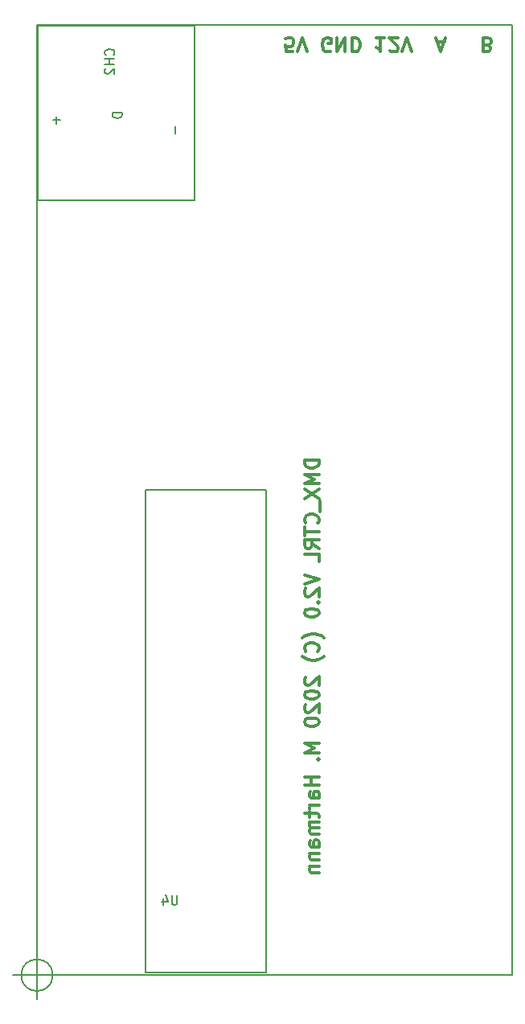
<source format=gbr>
%TF.GenerationSoftware,KiCad,Pcbnew,(5.99.0-1450-gc67d5d7f2)*%
%TF.CreationDate,2020-04-28T18:22:32-07:00*%
%TF.ProjectId,DMX_CTRL,444d585f-4354-4524-9c2e-6b696361645f,rev?*%
%TF.SameCoordinates,PX4c4b400PY8f0d180*%
%TF.FileFunction,Legend,Bot*%
%TF.FilePolarity,Positive*%
%FSLAX46Y46*%
G04 Gerber Fmt 4.6, Leading zero omitted, Abs format (unit mm)*
G04 Created by KiCad (PCBNEW (5.99.0-1450-gc67d5d7f2)) date 2020-04-28 18:22:32*
%MOMM*%
%LPD*%
G01*
G04 APERTURE LIST*
%ADD10C,0.300000*%
%TA.AperFunction,Profile*%
%ADD11C,0.150000*%
%TD*%
%ADD12C,0.150000*%
%ADD13C,1.626000*%
%ADD14O,2.007000X2.102000*%
%ADD15C,5.102000*%
%ADD16C,2.102000*%
%ADD17O,1.502000X1.502000*%
%ADD18C,1.502000*%
%ADD19C,7.602000*%
%ADD20C,2.642000*%
%ADD21C,1.702000*%
%ADD22O,1.802000X1.802000*%
G04 APERTURE END LIST*
D10*
X29678571Y54214286D02*
X28178571Y54214286D01*
X28178571Y53857143D01*
X28250000Y53642858D01*
X28392857Y53500000D01*
X28535714Y53428572D01*
X28821428Y53357143D01*
X29035714Y53357143D01*
X29321428Y53428572D01*
X29464285Y53500000D01*
X29607142Y53642858D01*
X29678571Y53857143D01*
X29678571Y54214286D01*
X29678571Y52714286D02*
X28178571Y52714286D01*
X29250000Y52214286D01*
X28178571Y51714286D01*
X29678571Y51714286D01*
X28178571Y51142858D02*
X29678571Y50142858D01*
X28178571Y50142858D02*
X29678571Y51142858D01*
X29821428Y49928572D02*
X29821428Y48785715D01*
X29535714Y47571429D02*
X29607142Y47642858D01*
X29678571Y47857143D01*
X29678571Y48000001D01*
X29607142Y48214286D01*
X29464285Y48357143D01*
X29321428Y48428572D01*
X29035714Y48500001D01*
X28821428Y48500001D01*
X28535714Y48428572D01*
X28392857Y48357143D01*
X28250000Y48214286D01*
X28178571Y48000001D01*
X28178571Y47857143D01*
X28250000Y47642858D01*
X28321428Y47571429D01*
X28178571Y47142858D02*
X28178571Y46285715D01*
X29678571Y46714286D02*
X28178571Y46714286D01*
X29678571Y44928572D02*
X28964285Y45428572D01*
X29678571Y45785715D02*
X28178571Y45785715D01*
X28178571Y45214286D01*
X28250000Y45071429D01*
X28321428Y45000001D01*
X28464285Y44928572D01*
X28678571Y44928572D01*
X28821428Y45000001D01*
X28892857Y45071429D01*
X28964285Y45214286D01*
X28964285Y45785715D01*
X29678571Y43571429D02*
X29678571Y44285715D01*
X28178571Y44285715D01*
X28178571Y42142858D02*
X29678571Y41642858D01*
X28178571Y41142858D01*
X28321428Y40714286D02*
X28250000Y40642858D01*
X28178571Y40500001D01*
X28178571Y40142858D01*
X28250000Y40000001D01*
X28321428Y39928572D01*
X28464285Y39857143D01*
X28607142Y39857143D01*
X28821428Y39928572D01*
X29678571Y40785715D01*
X29678571Y39857143D01*
X29535714Y39214286D02*
X29607142Y39142858D01*
X29678571Y39214286D01*
X29607142Y39285715D01*
X29535714Y39214286D01*
X29678571Y39214286D01*
X28178571Y38214286D02*
X28178571Y38071429D01*
X28250000Y37928572D01*
X28321428Y37857143D01*
X28464285Y37785715D01*
X28750000Y37714286D01*
X29107142Y37714286D01*
X29392857Y37785715D01*
X29535714Y37857143D01*
X29607142Y37928572D01*
X29678571Y38071429D01*
X29678571Y38214286D01*
X29607142Y38357143D01*
X29535714Y38428572D01*
X29392857Y38500001D01*
X29107142Y38571429D01*
X28750000Y38571429D01*
X28464285Y38500001D01*
X28321428Y38428572D01*
X28250000Y38357143D01*
X28178571Y38214286D01*
X30250000Y35500001D02*
X30178571Y35571429D01*
X29964285Y35714286D01*
X29821428Y35785715D01*
X29607142Y35857143D01*
X29250000Y35928572D01*
X28964285Y35928572D01*
X28607142Y35857143D01*
X28392857Y35785715D01*
X28250000Y35714286D01*
X28035714Y35571429D01*
X27964285Y35500001D01*
X29535714Y34071429D02*
X29607142Y34142858D01*
X29678571Y34357143D01*
X29678571Y34500001D01*
X29607142Y34714286D01*
X29464285Y34857143D01*
X29321428Y34928572D01*
X29035714Y35000001D01*
X28821428Y35000001D01*
X28535714Y34928572D01*
X28392857Y34857143D01*
X28250000Y34714286D01*
X28178571Y34500001D01*
X28178571Y34357143D01*
X28250000Y34142858D01*
X28321428Y34071429D01*
X30250000Y33571429D02*
X30178571Y33500001D01*
X29964285Y33357143D01*
X29821428Y33285715D01*
X29607142Y33214286D01*
X29250000Y33142858D01*
X28964285Y33142858D01*
X28607142Y33214286D01*
X28392857Y33285715D01*
X28250000Y33357143D01*
X28035714Y33500001D01*
X27964285Y33571429D01*
X28321428Y31357143D02*
X28250000Y31285715D01*
X28178571Y31142858D01*
X28178571Y30785715D01*
X28250000Y30642858D01*
X28321428Y30571429D01*
X28464285Y30500001D01*
X28607142Y30500001D01*
X28821428Y30571429D01*
X29678571Y31428572D01*
X29678571Y30500001D01*
X28178571Y29571429D02*
X28178571Y29428572D01*
X28250000Y29285715D01*
X28321428Y29214286D01*
X28464285Y29142858D01*
X28750000Y29071429D01*
X29107142Y29071429D01*
X29392857Y29142858D01*
X29535714Y29214286D01*
X29607142Y29285715D01*
X29678571Y29428572D01*
X29678571Y29571429D01*
X29607142Y29714286D01*
X29535714Y29785715D01*
X29392857Y29857143D01*
X29107142Y29928572D01*
X28750000Y29928572D01*
X28464285Y29857143D01*
X28321428Y29785715D01*
X28250000Y29714286D01*
X28178571Y29571429D01*
X28321428Y28500001D02*
X28250000Y28428572D01*
X28178571Y28285715D01*
X28178571Y27928572D01*
X28250000Y27785715D01*
X28321428Y27714286D01*
X28464285Y27642858D01*
X28607142Y27642858D01*
X28821428Y27714286D01*
X29678571Y28571429D01*
X29678571Y27642858D01*
X28178571Y26714286D02*
X28178571Y26571429D01*
X28250000Y26428572D01*
X28321428Y26357143D01*
X28464285Y26285715D01*
X28750000Y26214286D01*
X29107142Y26214286D01*
X29392857Y26285715D01*
X29535714Y26357143D01*
X29607142Y26428572D01*
X29678571Y26571429D01*
X29678571Y26714286D01*
X29607142Y26857143D01*
X29535714Y26928572D01*
X29392857Y27000001D01*
X29107142Y27071429D01*
X28750000Y27071429D01*
X28464285Y27000001D01*
X28321428Y26928572D01*
X28250000Y26857143D01*
X28178571Y26714286D01*
X29678571Y24428572D02*
X28178571Y24428572D01*
X29250000Y23928572D01*
X28178571Y23428572D01*
X29678571Y23428572D01*
X29535714Y22714286D02*
X29607142Y22642858D01*
X29678571Y22714286D01*
X29607142Y22785715D01*
X29535714Y22714286D01*
X29678571Y22714286D01*
X29678571Y20857143D02*
X28178571Y20857143D01*
X28892857Y20857143D02*
X28892857Y20000001D01*
X29678571Y20000001D02*
X28178571Y20000001D01*
X29678571Y18642858D02*
X28892857Y18642858D01*
X28750000Y18714286D01*
X28678571Y18857143D01*
X28678571Y19142858D01*
X28750000Y19285715D01*
X29607142Y18642858D02*
X29678571Y18785715D01*
X29678571Y19142858D01*
X29607142Y19285715D01*
X29464285Y19357143D01*
X29321428Y19357143D01*
X29178571Y19285715D01*
X29107142Y19142858D01*
X29107142Y18785715D01*
X29035714Y18642858D01*
X29678571Y17928572D02*
X28678571Y17928572D01*
X28964285Y17928572D02*
X28821428Y17857143D01*
X28750000Y17785715D01*
X28678571Y17642858D01*
X28678571Y17500001D01*
X28678571Y17214286D02*
X28678571Y16642858D01*
X28178571Y17000001D02*
X29464285Y17000001D01*
X29607142Y16928572D01*
X29678571Y16785715D01*
X29678571Y16642858D01*
X29678571Y16142858D02*
X28678571Y16142858D01*
X28821428Y16142858D02*
X28750000Y16071429D01*
X28678571Y15928572D01*
X28678571Y15714286D01*
X28750000Y15571429D01*
X28892857Y15500000D01*
X29678571Y15500000D01*
X28892857Y15500000D02*
X28750000Y15428572D01*
X28678571Y15285715D01*
X28678571Y15071429D01*
X28750000Y14928572D01*
X28892857Y14857143D01*
X29678571Y14857143D01*
X29678571Y13500000D02*
X28892857Y13500000D01*
X28750000Y13571429D01*
X28678571Y13714286D01*
X28678571Y14000000D01*
X28750000Y14142858D01*
X29607142Y13500000D02*
X29678571Y13642858D01*
X29678571Y14000000D01*
X29607142Y14142858D01*
X29464285Y14214286D01*
X29321428Y14214286D01*
X29178571Y14142858D01*
X29107142Y14000000D01*
X29107142Y13642858D01*
X29035714Y13500000D01*
X28678571Y12785715D02*
X29678571Y12785715D01*
X28821428Y12785715D02*
X28750000Y12714286D01*
X28678571Y12571429D01*
X28678571Y12357143D01*
X28750000Y12214286D01*
X28892857Y12142858D01*
X29678571Y12142858D01*
X28678571Y11428572D02*
X29678571Y11428572D01*
X28821428Y11428572D02*
X28750000Y11357143D01*
X28678571Y11214286D01*
X28678571Y11000000D01*
X28750000Y10857143D01*
X28892857Y10785715D01*
X29678571Y10785715D01*
X26964285Y97178572D02*
X26250000Y97178572D01*
X26178571Y97892858D01*
X26250000Y97821429D01*
X26392857Y97750000D01*
X26750000Y97750000D01*
X26892857Y97821429D01*
X26964285Y97892858D01*
X27035714Y98035715D01*
X27035714Y98392858D01*
X26964285Y98535715D01*
X26892857Y98607143D01*
X26750000Y98678572D01*
X26392857Y98678572D01*
X26250000Y98607143D01*
X26178571Y98535715D01*
X27464285Y97178572D02*
X27964285Y98678572D01*
X28464285Y97178572D01*
X30892857Y97250000D02*
X30750000Y97178572D01*
X30535714Y97178572D01*
X30321428Y97250000D01*
X30178571Y97392858D01*
X30107142Y97535715D01*
X30035714Y97821429D01*
X30035714Y98035715D01*
X30107142Y98321429D01*
X30178571Y98464286D01*
X30321428Y98607143D01*
X30535714Y98678572D01*
X30678571Y98678572D01*
X30892857Y98607143D01*
X30964285Y98535715D01*
X30964285Y98035715D01*
X30678571Y98035715D01*
X31607142Y98678572D02*
X31607142Y97178572D01*
X32464285Y98678572D01*
X32464285Y97178572D01*
X33178571Y98678572D02*
X33178571Y97178572D01*
X33535714Y97178572D01*
X33750000Y97250000D01*
X33892857Y97392858D01*
X33964285Y97535715D01*
X34035714Y97821429D01*
X34035714Y98035715D01*
X33964285Y98321429D01*
X33892857Y98464286D01*
X33750000Y98607143D01*
X33535714Y98678572D01*
X33178571Y98678572D01*
X36607142Y98678572D02*
X35750000Y98678572D01*
X36178571Y98678572D02*
X36178571Y97178572D01*
X36035714Y97392858D01*
X35892857Y97535715D01*
X35750000Y97607143D01*
X37178571Y97321429D02*
X37250000Y97250000D01*
X37392857Y97178572D01*
X37750000Y97178572D01*
X37892857Y97250000D01*
X37964285Y97321429D01*
X38035714Y97464286D01*
X38035714Y97607143D01*
X37964285Y97821429D01*
X37107142Y98678572D01*
X38035714Y98678572D01*
X38464285Y97178572D02*
X38964285Y98678572D01*
X39464285Y97178572D01*
X42178571Y98250000D02*
X42892857Y98250000D01*
X42035714Y98678572D02*
X42535714Y97178572D01*
X43035714Y98678572D01*
X47464285Y97892858D02*
X47678571Y97964286D01*
X47750000Y98035715D01*
X47821428Y98178572D01*
X47821428Y98392858D01*
X47750000Y98535715D01*
X47678571Y98607143D01*
X47535714Y98678572D01*
X46964285Y98678572D01*
X46964285Y97178572D01*
X47464285Y97178572D01*
X47607142Y97250000D01*
X47678571Y97321429D01*
X47750000Y97464286D01*
X47750000Y97607143D01*
X47678571Y97750000D01*
X47607142Y97821429D01*
X47464285Y97892858D01*
X46964285Y97892858D01*
D11*
X1666666Y0D02*
G75*
G03*
X1666666Y0I-1666666J0D01*
G01*
X-2500000Y0D02*
X2500000Y0D01*
X0Y2500000D02*
X0Y-2500000D01*
X0Y100000000D02*
X0Y0D01*
X50000000Y100000000D02*
X0Y100000000D01*
X50000000Y0D02*
X50000000Y100000000D01*
X0Y0D02*
X50000000Y0D01*
D12*
X24160000Y240000D02*
X11460000Y240000D01*
X24160000Y51040000D02*
X24160000Y240000D01*
X11460000Y51040000D02*
X24160000Y51040000D01*
X11460000Y240000D02*
X11460000Y51040000D01*
X16590000Y81555000D02*
X80000Y81555000D01*
X16590000Y99970000D02*
X16590000Y81555000D01*
X80000Y99970000D02*
X16590000Y99970000D01*
X80000Y81555000D02*
X80000Y99970000D01*
X14761904Y8407620D02*
X14761904Y7598096D01*
X14714285Y7502858D01*
X14666666Y7455239D01*
X14571428Y7407620D01*
X14380952Y7407620D01*
X14285714Y7455239D01*
X14238095Y7502858D01*
X14190476Y7598096D01*
X14190476Y8407620D01*
X13285714Y8074286D02*
X13285714Y7407620D01*
X13523809Y8455239D02*
X13761904Y7740953D01*
X13142857Y7740953D01*
X8057142Y96850477D02*
X8104761Y96898096D01*
X8152380Y97040953D01*
X8152380Y97136191D01*
X8104761Y97279048D01*
X8009523Y97374286D01*
X7914285Y97421905D01*
X7723809Y97469524D01*
X7580952Y97469524D01*
X7390476Y97421905D01*
X7295238Y97374286D01*
X7200000Y97279048D01*
X7152380Y97136191D01*
X7152380Y97040953D01*
X7200000Y96898096D01*
X7247619Y96850477D01*
X8152380Y96421905D02*
X7152380Y96421905D01*
X7628571Y96421905D02*
X7628571Y95850477D01*
X8152380Y95850477D02*
X7152380Y95850477D01*
X7247619Y95421905D02*
X7200000Y95374286D01*
X7152380Y95279048D01*
X7152380Y95040953D01*
X7200000Y94945715D01*
X7247619Y94898096D01*
X7342857Y94850477D01*
X7438095Y94850477D01*
X7580952Y94898096D01*
X8152380Y95469524D01*
X8152380Y94850477D01*
X14571428Y89380953D02*
X14571428Y88619048D01*
X8952380Y90761905D02*
X7952380Y90761905D01*
X7952380Y90523810D01*
X8000000Y90380953D01*
X8095238Y90285715D01*
X8190476Y90238096D01*
X8380952Y90190477D01*
X8523809Y90190477D01*
X8714285Y90238096D01*
X8809523Y90285715D01*
X8904761Y90380953D01*
X8952380Y90523810D01*
X8952380Y90761905D01*
X2071428Y90380953D02*
X2071428Y89619048D01*
X2452380Y90000000D02*
X1690476Y90000000D01*
%LPC*%
G36*
X38200000Y89000000D02*
G01*
X41800000Y85200000D01*
X48800000Y78200000D01*
X48800000Y63000000D01*
X46400000Y60400000D01*
X48800000Y58000000D01*
X48800000Y42600000D01*
X45600000Y39400000D01*
X44200000Y41200000D01*
X46600000Y43400000D01*
X46600000Y57000000D01*
X44200000Y59400000D01*
X44000000Y61400000D01*
X46600000Y64000000D01*
X46600000Y77400000D01*
X36000000Y88000000D01*
X36000000Y94400000D01*
X38200000Y94400000D01*
X38200000Y89000000D01*
G37*
X38200000Y89000000D02*
X41800000Y85200000D01*
X48800000Y78200000D01*
X48800000Y63000000D01*
X46400000Y60400000D01*
X48800000Y58000000D01*
X48800000Y42600000D01*
X45600000Y39400000D01*
X44200000Y41200000D01*
X46600000Y43400000D01*
X46600000Y57000000D01*
X44200000Y59400000D01*
X44000000Y61400000D01*
X46600000Y64000000D01*
X46600000Y77400000D01*
X36000000Y88000000D01*
X36000000Y94400000D01*
X38200000Y94400000D01*
X38200000Y89000000D01*
D13*
X10170000Y2680000D03*
X10170000Y15380000D03*
X10170000Y33160000D03*
X10170000Y43320000D03*
X10170000Y5220000D03*
X10170000Y28080000D03*
X10170000Y10300000D03*
X10170000Y12840000D03*
X10170000Y7760000D03*
X10170000Y30620000D03*
X10170000Y25540000D03*
X10170000Y38240000D03*
X10170000Y17920000D03*
X10170000Y45860000D03*
X10170000Y40780000D03*
X10170000Y35700000D03*
X10170000Y48400000D03*
X10170000Y23000000D03*
X10170000Y50940000D03*
X10170000Y20460000D03*
X25410000Y2680000D03*
X25410000Y5220000D03*
X25410000Y7760000D03*
X25410000Y10300000D03*
X25410000Y12840000D03*
X25410000Y20460000D03*
X25410000Y15380000D03*
X25410000Y17920000D03*
X25410000Y23000000D03*
X25410000Y25540000D03*
X25410000Y28080000D03*
X25410000Y33160000D03*
X25410000Y30620000D03*
X25410000Y35700000D03*
X25410000Y38240000D03*
X25410000Y45860000D03*
X25410000Y40780000D03*
X25410000Y43320000D03*
X25410000Y48400000D03*
X25410000Y50940000D03*
D14*
X28920000Y81000000D03*
X31460000Y81000000D03*
G36*
G01*
X35003500Y82000000D02*
X35003500Y80000000D01*
G75*
G02*
X34952500Y79949000I-51000J0D01*
G01*
X33047500Y79949000D01*
G75*
G02*
X32996500Y80000000I0J51000D01*
G01*
X32996500Y82000000D01*
G75*
G02*
X33047500Y82051000I51000J0D01*
G01*
X34952500Y82051000D01*
G75*
G02*
X35003500Y82000000I0J-51000D01*
G01*
G37*
X38100000Y13335000D03*
X35560000Y13335000D03*
G36*
G01*
X32016500Y12335000D02*
X32016500Y14335000D01*
G75*
G02*
X32067500Y14386000I51000J0D01*
G01*
X33972500Y14386000D01*
G75*
G02*
X34023500Y14335000I0J-51000D01*
G01*
X34023500Y12335000D01*
G75*
G02*
X33972500Y12284000I-51000J0D01*
G01*
X32067500Y12284000D01*
G75*
G02*
X32016500Y12335000I0J51000D01*
G01*
G37*
X38100000Y18415000D03*
X35560000Y18415000D03*
G36*
G01*
X32016500Y17415000D02*
X32016500Y19415000D01*
G75*
G02*
X32067500Y19466000I51000J0D01*
G01*
X33972500Y19466000D01*
G75*
G02*
X34023500Y19415000I0J-51000D01*
G01*
X34023500Y17415000D01*
G75*
G02*
X33972500Y17364000I-51000J0D01*
G01*
X32067500Y17364000D01*
G75*
G02*
X32016500Y17415000I0J51000D01*
G01*
G37*
X38100000Y27305000D03*
X35560000Y27305000D03*
G36*
G01*
X32016500Y26305000D02*
X32016500Y28305000D01*
G75*
G02*
X32067500Y28356000I51000J0D01*
G01*
X33972500Y28356000D01*
G75*
G02*
X34023500Y28305000I0J-51000D01*
G01*
X34023500Y26305000D01*
G75*
G02*
X33972500Y26254000I-51000J0D01*
G01*
X32067500Y26254000D01*
G75*
G02*
X32016500Y26305000I0J51000D01*
G01*
G37*
X38100000Y32385000D03*
X35560000Y32385000D03*
G36*
G01*
X32016500Y31385000D02*
X32016500Y33385000D01*
G75*
G02*
X32067500Y33436000I51000J0D01*
G01*
X33972500Y33436000D01*
G75*
G02*
X34023500Y33385000I0J-51000D01*
G01*
X34023500Y31385000D01*
G75*
G02*
X33972500Y31334000I-51000J0D01*
G01*
X32067500Y31334000D01*
G75*
G02*
X32016500Y31385000I0J51000D01*
G01*
G37*
X38100000Y41275000D03*
X35560000Y41275000D03*
G36*
G01*
X32016500Y40275000D02*
X32016500Y42275000D01*
G75*
G02*
X32067500Y42326000I51000J0D01*
G01*
X33972500Y42326000D01*
G75*
G02*
X34023500Y42275000I0J-51000D01*
G01*
X34023500Y40275000D01*
G75*
G02*
X33972500Y40224000I-51000J0D01*
G01*
X32067500Y40224000D01*
G75*
G02*
X32016500Y40275000I0J51000D01*
G01*
G37*
X38100000Y46355000D03*
X35560000Y46355000D03*
G36*
G01*
X32016500Y45355000D02*
X32016500Y47355000D01*
G75*
G02*
X32067500Y47406000I51000J0D01*
G01*
X33972500Y47406000D01*
G75*
G02*
X34023500Y47355000I0J-51000D01*
G01*
X34023500Y45355000D01*
G75*
G02*
X33972500Y45304000I-51000J0D01*
G01*
X32067500Y45304000D01*
G75*
G02*
X32016500Y45355000I0J51000D01*
G01*
G37*
X38100000Y60325000D03*
X35560000Y60325000D03*
G36*
G01*
X32016500Y59325000D02*
X32016500Y61325000D01*
G75*
G02*
X32067500Y61376000I51000J0D01*
G01*
X33972500Y61376000D01*
G75*
G02*
X34023500Y61325000I0J-51000D01*
G01*
X34023500Y59325000D01*
G75*
G02*
X33972500Y59274000I-51000J0D01*
G01*
X32067500Y59274000D01*
G75*
G02*
X32016500Y59325000I0J51000D01*
G01*
G37*
X38100000Y55245000D03*
X35560000Y55245000D03*
G36*
G01*
X32016500Y54245000D02*
X32016500Y56245000D01*
G75*
G02*
X32067500Y56296000I51000J0D01*
G01*
X33972500Y56296000D01*
G75*
G02*
X34023500Y56245000I0J-51000D01*
G01*
X34023500Y54245000D01*
G75*
G02*
X33972500Y54194000I-51000J0D01*
G01*
X32067500Y54194000D01*
G75*
G02*
X32016500Y54245000I0J51000D01*
G01*
G37*
X38100000Y69215000D03*
X35560000Y69215000D03*
G36*
G01*
X32016500Y68215000D02*
X32016500Y70215000D01*
G75*
G02*
X32067500Y70266000I51000J0D01*
G01*
X33972500Y70266000D01*
G75*
G02*
X34023500Y70215000I0J-51000D01*
G01*
X34023500Y68215000D01*
G75*
G02*
X33972500Y68164000I-51000J0D01*
G01*
X32067500Y68164000D01*
G75*
G02*
X32016500Y68215000I0J51000D01*
G01*
G37*
X38100000Y74295000D03*
X35560000Y74295000D03*
G36*
G01*
X32016500Y73295000D02*
X32016500Y75295000D01*
G75*
G02*
X32067500Y75346000I51000J0D01*
G01*
X33972500Y75346000D01*
G75*
G02*
X34023500Y75295000I0J-51000D01*
G01*
X34023500Y73295000D01*
G75*
G02*
X33972500Y73244000I-51000J0D01*
G01*
X32067500Y73244000D01*
G75*
G02*
X32016500Y73295000I0J51000D01*
G01*
G37*
D13*
X21620000Y2780000D03*
X19080000Y2780000D03*
X16540000Y2780000D03*
X14000000Y2780000D03*
X14000000Y5320000D03*
X16540000Y5320000D03*
X19080000Y5320000D03*
X21620000Y5320000D03*
X21620000Y48500000D03*
X19080000Y48500000D03*
X16540000Y48500000D03*
X14000000Y48500000D03*
D15*
X12780000Y96160000D03*
X3890000Y96160000D03*
G36*
G01*
X3512859Y83208662D02*
X2582641Y83406386D01*
G75*
G02*
X2216394Y83970357I98862J465109D01*
G01*
X3703170Y90965091D01*
G75*
G02*
X4267141Y91331338I465109J-98862D01*
G01*
X5197359Y91133614D01*
G75*
G02*
X5563606Y90569643I-98862J-465109D01*
G01*
X4076830Y83574909D01*
G75*
G02*
X3512859Y83208662I-465109J98862D01*
G01*
G37*
G36*
G01*
X8810500Y83584000D02*
X7859500Y83584000D01*
G75*
G02*
X7384000Y84059500I0J475500D01*
G01*
X7384000Y89210500D01*
G75*
G02*
X7859500Y89686000I475500J0D01*
G01*
X8810500Y89686000D01*
G75*
G02*
X9286000Y89210500I0J-475500D01*
G01*
X9286000Y84059500D01*
G75*
G02*
X8810500Y83584000I-475500J0D01*
G01*
G37*
G36*
G01*
X14087359Y83406386D02*
X13157141Y83208662D01*
G75*
G02*
X12593170Y83574909I-98862J465109D01*
G01*
X11106394Y90569643D01*
G75*
G02*
X11472641Y91133614I465109J98862D01*
G01*
X12402859Y91331338D01*
G75*
G02*
X12966830Y90965091I98862J-465109D01*
G01*
X14453606Y83970357D01*
G75*
G02*
X14087359Y83406386I-465109J-98862D01*
G01*
G37*
D16*
X41000000Y1500000D03*
X36500000Y1500000D03*
X41000000Y8000000D03*
X36500000Y8000000D03*
D17*
X12000000Y79500000D03*
D18*
X12000000Y77600000D03*
D17*
X8500000Y79500000D03*
D18*
X8500000Y77600000D03*
D19*
X46000000Y4000000D03*
D13*
X18040000Y72500000D03*
X18040000Y69960000D03*
X18040000Y67420000D03*
X18040000Y64880000D03*
X15500000Y64880000D03*
X15500000Y67420000D03*
X15500000Y69960000D03*
X15500000Y72500000D03*
D18*
X24000000Y85600000D03*
D17*
X24000000Y83700000D03*
D20*
X21500000Y93218000D03*
X21300000Y83218000D03*
X18300000Y88218000D03*
D21*
X15000000Y77500000D03*
X15000000Y80000000D03*
X26500000Y76000000D03*
X29000000Y76000000D03*
X24500000Y64000000D03*
X22000000Y64000000D03*
D19*
X4000000Y4000000D03*
X25000000Y70000000D03*
G36*
G01*
X5473000Y36918000D02*
X5473000Y35218000D01*
G75*
G02*
X5422000Y35167000I-51000J0D01*
G01*
X3722000Y35167000D01*
G75*
G02*
X3671000Y35218000I0J51000D01*
G01*
X3671000Y36918000D01*
G75*
G02*
X3722000Y36969000I51000J0D01*
G01*
X5422000Y36969000D01*
G75*
G02*
X5473000Y36918000I0J-51000D01*
G01*
G37*
D22*
X2032000Y36068000D03*
X4572000Y38608000D03*
X2032000Y38608000D03*
G36*
G01*
X5473000Y11010000D02*
X5473000Y9310000D01*
G75*
G02*
X5422000Y9259000I-51000J0D01*
G01*
X3722000Y9259000D01*
G75*
G02*
X3671000Y9310000I0J51000D01*
G01*
X3671000Y11010000D01*
G75*
G02*
X3722000Y11061000I51000J0D01*
G01*
X5422000Y11061000D01*
G75*
G02*
X5473000Y11010000I0J-51000D01*
G01*
G37*
X2032000Y10160000D03*
X4572000Y12700000D03*
X2032000Y12700000D03*
X4572000Y15240000D03*
X2032000Y15240000D03*
X4572000Y17780000D03*
X2032000Y17780000D03*
X4572000Y20320000D03*
X2032000Y20320000D03*
X4572000Y22860000D03*
X2032000Y22860000D03*
X4572000Y25400000D03*
X2032000Y25400000D03*
X4572000Y27940000D03*
X2032000Y27940000D03*
X4572000Y30480000D03*
X2032000Y30480000D03*
X32960000Y84500000D03*
G36*
G01*
X34650000Y85401000D02*
X36350000Y85401000D01*
G75*
G02*
X36401000Y85350000I0J-51000D01*
G01*
X36401000Y83650000D01*
G75*
G02*
X36350000Y83599000I-51000J0D01*
G01*
X34650000Y83599000D01*
G75*
G02*
X34599000Y83650000I0J51000D01*
G01*
X34599000Y85350000D01*
G75*
G02*
X34650000Y85401000I51000J0D01*
G01*
G37*
G36*
G01*
X1099000Y56300000D02*
X1099000Y58000000D01*
G75*
G02*
X1150000Y58051000I51000J0D01*
G01*
X2850000Y58051000D01*
G75*
G02*
X2901000Y58000000I0J-51000D01*
G01*
X2901000Y56300000D01*
G75*
G02*
X2850000Y56249000I-51000J0D01*
G01*
X1150000Y56249000D01*
G75*
G02*
X1099000Y56300000I0J51000D01*
G01*
G37*
X2000000Y54610000D03*
X2000000Y52070000D03*
X2000000Y49530000D03*
X2000000Y46990000D03*
X2000000Y44450000D03*
G36*
G01*
X3150000Y78901000D02*
X4850000Y78901000D01*
G75*
G02*
X4901000Y78850000I0J-51000D01*
G01*
X4901000Y77150000D01*
G75*
G02*
X4850000Y77099000I-51000J0D01*
G01*
X3150000Y77099000D01*
G75*
G02*
X3099000Y77150000I0J51000D01*
G01*
X3099000Y78850000D01*
G75*
G02*
X3150000Y78901000I51000J0D01*
G01*
G37*
X1460000Y78000000D03*
X6500000Y74700000D03*
X6500000Y72160000D03*
X6500000Y69620000D03*
X6500000Y67080000D03*
X6500000Y64540000D03*
G36*
G01*
X7401000Y62850000D02*
X7401000Y61150000D01*
G75*
G02*
X7350000Y61099000I-51000J0D01*
G01*
X5650000Y61099000D01*
G75*
G02*
X5599000Y61150000I0J51000D01*
G01*
X5599000Y62850000D01*
G75*
G02*
X5650000Y62901000I51000J0D01*
G01*
X7350000Y62901000D01*
G75*
G02*
X7401000Y62850000I0J-51000D01*
G01*
G37*
D18*
X31750000Y65405000D03*
D17*
X33650000Y65405000D03*
X38730000Y51435000D03*
D18*
X36830000Y51435000D03*
X31750000Y51435000D03*
D17*
X33650000Y51435000D03*
X38730000Y37465000D03*
D18*
X36830000Y37465000D03*
X31750000Y37465000D03*
D17*
X33650000Y37465000D03*
X38730000Y23495000D03*
D18*
X36830000Y23495000D03*
D17*
X33650000Y23495000D03*
D18*
X31750000Y23495000D03*
X28500000Y64100000D03*
D17*
X28500000Y66000000D03*
D18*
X28500000Y58600000D03*
D17*
X28500000Y60500000D03*
X38730000Y65405000D03*
D18*
X36830000Y65405000D03*
D17*
X24000000Y78100000D03*
D18*
X24000000Y80000000D03*
D16*
X33500000Y1500000D03*
X29000000Y1500000D03*
X33500000Y8000000D03*
X29000000Y8000000D03*
D20*
X44704000Y14732000D03*
X44704000Y19812000D03*
X44704000Y24892000D03*
X44704000Y29972000D03*
X44704000Y35052000D03*
X44704000Y40132000D03*
X44704000Y45212000D03*
X44704000Y50292000D03*
X44704000Y55372000D03*
X44704000Y60452000D03*
X44704000Y65532000D03*
X44704000Y70612000D03*
X44704000Y75692000D03*
X44704000Y80772000D03*
X26924000Y94742000D03*
X32004000Y94742000D03*
X37084000Y94742000D03*
X42164000Y94742000D03*
X47244000Y94742000D03*
M02*

</source>
